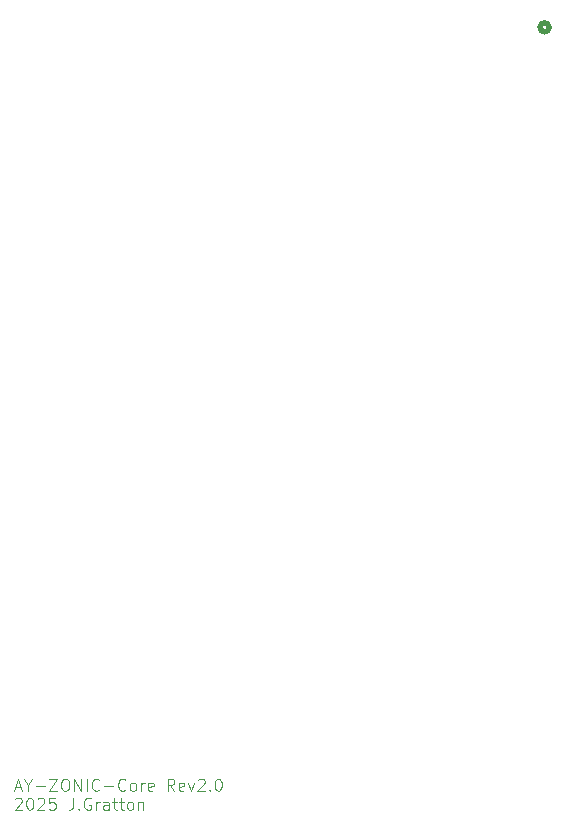
<source format=gbr>
%TF.GenerationSoftware,KiCad,Pcbnew,9.0.4*%
%TF.CreationDate,2025-09-28T21:09:46+01:00*%
%TF.ProjectId,ay-zonic-core,61792d7a-6f6e-4696-932d-636f72652e6b,2.0*%
%TF.SameCoordinates,Original*%
%TF.FileFunction,Legend,Top*%
%TF.FilePolarity,Positive*%
%FSLAX46Y46*%
G04 Gerber Fmt 4.6, Leading zero omitted, Abs format (unit mm)*
G04 Created by KiCad (PCBNEW 9.0.4) date 2025-09-28 21:09:46*
%MOMM*%
%LPD*%
G01*
G04 APERTURE LIST*
%ADD10C,0.100000*%
%ADD11C,0.508000*%
G04 APERTURE END LIST*
D10*
X72900265Y-113666732D02*
X73376455Y-113666732D01*
X72805027Y-113952447D02*
X73138360Y-112952447D01*
X73138360Y-112952447D02*
X73471693Y-113952447D01*
X73995503Y-113476256D02*
X73995503Y-113952447D01*
X73662170Y-112952447D02*
X73995503Y-113476256D01*
X73995503Y-113476256D02*
X74328836Y-112952447D01*
X74662170Y-113571494D02*
X75424075Y-113571494D01*
X75805027Y-112952447D02*
X76471693Y-112952447D01*
X76471693Y-112952447D02*
X75805027Y-113952447D01*
X75805027Y-113952447D02*
X76471693Y-113952447D01*
X77043122Y-112952447D02*
X77233598Y-112952447D01*
X77233598Y-112952447D02*
X77328836Y-113000066D01*
X77328836Y-113000066D02*
X77424074Y-113095304D01*
X77424074Y-113095304D02*
X77471693Y-113285780D01*
X77471693Y-113285780D02*
X77471693Y-113619113D01*
X77471693Y-113619113D02*
X77424074Y-113809589D01*
X77424074Y-113809589D02*
X77328836Y-113904828D01*
X77328836Y-113904828D02*
X77233598Y-113952447D01*
X77233598Y-113952447D02*
X77043122Y-113952447D01*
X77043122Y-113952447D02*
X76947884Y-113904828D01*
X76947884Y-113904828D02*
X76852646Y-113809589D01*
X76852646Y-113809589D02*
X76805027Y-113619113D01*
X76805027Y-113619113D02*
X76805027Y-113285780D01*
X76805027Y-113285780D02*
X76852646Y-113095304D01*
X76852646Y-113095304D02*
X76947884Y-113000066D01*
X76947884Y-113000066D02*
X77043122Y-112952447D01*
X77900265Y-113952447D02*
X77900265Y-112952447D01*
X77900265Y-112952447D02*
X78471693Y-113952447D01*
X78471693Y-113952447D02*
X78471693Y-112952447D01*
X78947884Y-113952447D02*
X78947884Y-112952447D01*
X79995502Y-113857208D02*
X79947883Y-113904828D01*
X79947883Y-113904828D02*
X79805026Y-113952447D01*
X79805026Y-113952447D02*
X79709788Y-113952447D01*
X79709788Y-113952447D02*
X79566931Y-113904828D01*
X79566931Y-113904828D02*
X79471693Y-113809589D01*
X79471693Y-113809589D02*
X79424074Y-113714351D01*
X79424074Y-113714351D02*
X79376455Y-113523875D01*
X79376455Y-113523875D02*
X79376455Y-113381018D01*
X79376455Y-113381018D02*
X79424074Y-113190542D01*
X79424074Y-113190542D02*
X79471693Y-113095304D01*
X79471693Y-113095304D02*
X79566931Y-113000066D01*
X79566931Y-113000066D02*
X79709788Y-112952447D01*
X79709788Y-112952447D02*
X79805026Y-112952447D01*
X79805026Y-112952447D02*
X79947883Y-113000066D01*
X79947883Y-113000066D02*
X79995502Y-113047685D01*
X80424074Y-113571494D02*
X81185979Y-113571494D01*
X82233597Y-113857208D02*
X82185978Y-113904828D01*
X82185978Y-113904828D02*
X82043121Y-113952447D01*
X82043121Y-113952447D02*
X81947883Y-113952447D01*
X81947883Y-113952447D02*
X81805026Y-113904828D01*
X81805026Y-113904828D02*
X81709788Y-113809589D01*
X81709788Y-113809589D02*
X81662169Y-113714351D01*
X81662169Y-113714351D02*
X81614550Y-113523875D01*
X81614550Y-113523875D02*
X81614550Y-113381018D01*
X81614550Y-113381018D02*
X81662169Y-113190542D01*
X81662169Y-113190542D02*
X81709788Y-113095304D01*
X81709788Y-113095304D02*
X81805026Y-113000066D01*
X81805026Y-113000066D02*
X81947883Y-112952447D01*
X81947883Y-112952447D02*
X82043121Y-112952447D01*
X82043121Y-112952447D02*
X82185978Y-113000066D01*
X82185978Y-113000066D02*
X82233597Y-113047685D01*
X82805026Y-113952447D02*
X82709788Y-113904828D01*
X82709788Y-113904828D02*
X82662169Y-113857208D01*
X82662169Y-113857208D02*
X82614550Y-113761970D01*
X82614550Y-113761970D02*
X82614550Y-113476256D01*
X82614550Y-113476256D02*
X82662169Y-113381018D01*
X82662169Y-113381018D02*
X82709788Y-113333399D01*
X82709788Y-113333399D02*
X82805026Y-113285780D01*
X82805026Y-113285780D02*
X82947883Y-113285780D01*
X82947883Y-113285780D02*
X83043121Y-113333399D01*
X83043121Y-113333399D02*
X83090740Y-113381018D01*
X83090740Y-113381018D02*
X83138359Y-113476256D01*
X83138359Y-113476256D02*
X83138359Y-113761970D01*
X83138359Y-113761970D02*
X83090740Y-113857208D01*
X83090740Y-113857208D02*
X83043121Y-113904828D01*
X83043121Y-113904828D02*
X82947883Y-113952447D01*
X82947883Y-113952447D02*
X82805026Y-113952447D01*
X83566931Y-113952447D02*
X83566931Y-113285780D01*
X83566931Y-113476256D02*
X83614550Y-113381018D01*
X83614550Y-113381018D02*
X83662169Y-113333399D01*
X83662169Y-113333399D02*
X83757407Y-113285780D01*
X83757407Y-113285780D02*
X83852645Y-113285780D01*
X84566931Y-113904828D02*
X84471693Y-113952447D01*
X84471693Y-113952447D02*
X84281217Y-113952447D01*
X84281217Y-113952447D02*
X84185979Y-113904828D01*
X84185979Y-113904828D02*
X84138360Y-113809589D01*
X84138360Y-113809589D02*
X84138360Y-113428637D01*
X84138360Y-113428637D02*
X84185979Y-113333399D01*
X84185979Y-113333399D02*
X84281217Y-113285780D01*
X84281217Y-113285780D02*
X84471693Y-113285780D01*
X84471693Y-113285780D02*
X84566931Y-113333399D01*
X84566931Y-113333399D02*
X84614550Y-113428637D01*
X84614550Y-113428637D02*
X84614550Y-113523875D01*
X84614550Y-113523875D02*
X84138360Y-113619113D01*
X86376455Y-113952447D02*
X86043122Y-113476256D01*
X85805027Y-113952447D02*
X85805027Y-112952447D01*
X85805027Y-112952447D02*
X86185979Y-112952447D01*
X86185979Y-112952447D02*
X86281217Y-113000066D01*
X86281217Y-113000066D02*
X86328836Y-113047685D01*
X86328836Y-113047685D02*
X86376455Y-113142923D01*
X86376455Y-113142923D02*
X86376455Y-113285780D01*
X86376455Y-113285780D02*
X86328836Y-113381018D01*
X86328836Y-113381018D02*
X86281217Y-113428637D01*
X86281217Y-113428637D02*
X86185979Y-113476256D01*
X86185979Y-113476256D02*
X85805027Y-113476256D01*
X87185979Y-113904828D02*
X87090741Y-113952447D01*
X87090741Y-113952447D02*
X86900265Y-113952447D01*
X86900265Y-113952447D02*
X86805027Y-113904828D01*
X86805027Y-113904828D02*
X86757408Y-113809589D01*
X86757408Y-113809589D02*
X86757408Y-113428637D01*
X86757408Y-113428637D02*
X86805027Y-113333399D01*
X86805027Y-113333399D02*
X86900265Y-113285780D01*
X86900265Y-113285780D02*
X87090741Y-113285780D01*
X87090741Y-113285780D02*
X87185979Y-113333399D01*
X87185979Y-113333399D02*
X87233598Y-113428637D01*
X87233598Y-113428637D02*
X87233598Y-113523875D01*
X87233598Y-113523875D02*
X86757408Y-113619113D01*
X87566932Y-113285780D02*
X87805027Y-113952447D01*
X87805027Y-113952447D02*
X88043122Y-113285780D01*
X88376456Y-113047685D02*
X88424075Y-113000066D01*
X88424075Y-113000066D02*
X88519313Y-112952447D01*
X88519313Y-112952447D02*
X88757408Y-112952447D01*
X88757408Y-112952447D02*
X88852646Y-113000066D01*
X88852646Y-113000066D02*
X88900265Y-113047685D01*
X88900265Y-113047685D02*
X88947884Y-113142923D01*
X88947884Y-113142923D02*
X88947884Y-113238161D01*
X88947884Y-113238161D02*
X88900265Y-113381018D01*
X88900265Y-113381018D02*
X88328837Y-113952447D01*
X88328837Y-113952447D02*
X88947884Y-113952447D01*
X89376456Y-113857208D02*
X89424075Y-113904828D01*
X89424075Y-113904828D02*
X89376456Y-113952447D01*
X89376456Y-113952447D02*
X89328837Y-113904828D01*
X89328837Y-113904828D02*
X89376456Y-113857208D01*
X89376456Y-113857208D02*
X89376456Y-113952447D01*
X90043122Y-112952447D02*
X90138360Y-112952447D01*
X90138360Y-112952447D02*
X90233598Y-113000066D01*
X90233598Y-113000066D02*
X90281217Y-113047685D01*
X90281217Y-113047685D02*
X90328836Y-113142923D01*
X90328836Y-113142923D02*
X90376455Y-113333399D01*
X90376455Y-113333399D02*
X90376455Y-113571494D01*
X90376455Y-113571494D02*
X90328836Y-113761970D01*
X90328836Y-113761970D02*
X90281217Y-113857208D01*
X90281217Y-113857208D02*
X90233598Y-113904828D01*
X90233598Y-113904828D02*
X90138360Y-113952447D01*
X90138360Y-113952447D02*
X90043122Y-113952447D01*
X90043122Y-113952447D02*
X89947884Y-113904828D01*
X89947884Y-113904828D02*
X89900265Y-113857208D01*
X89900265Y-113857208D02*
X89852646Y-113761970D01*
X89852646Y-113761970D02*
X89805027Y-113571494D01*
X89805027Y-113571494D02*
X89805027Y-113333399D01*
X89805027Y-113333399D02*
X89852646Y-113142923D01*
X89852646Y-113142923D02*
X89900265Y-113047685D01*
X89900265Y-113047685D02*
X89947884Y-113000066D01*
X89947884Y-113000066D02*
X90043122Y-112952447D01*
X72900265Y-114657629D02*
X72947884Y-114610010D01*
X72947884Y-114610010D02*
X73043122Y-114562391D01*
X73043122Y-114562391D02*
X73281217Y-114562391D01*
X73281217Y-114562391D02*
X73376455Y-114610010D01*
X73376455Y-114610010D02*
X73424074Y-114657629D01*
X73424074Y-114657629D02*
X73471693Y-114752867D01*
X73471693Y-114752867D02*
X73471693Y-114848105D01*
X73471693Y-114848105D02*
X73424074Y-114990962D01*
X73424074Y-114990962D02*
X72852646Y-115562391D01*
X72852646Y-115562391D02*
X73471693Y-115562391D01*
X74090741Y-114562391D02*
X74185979Y-114562391D01*
X74185979Y-114562391D02*
X74281217Y-114610010D01*
X74281217Y-114610010D02*
X74328836Y-114657629D01*
X74328836Y-114657629D02*
X74376455Y-114752867D01*
X74376455Y-114752867D02*
X74424074Y-114943343D01*
X74424074Y-114943343D02*
X74424074Y-115181438D01*
X74424074Y-115181438D02*
X74376455Y-115371914D01*
X74376455Y-115371914D02*
X74328836Y-115467152D01*
X74328836Y-115467152D02*
X74281217Y-115514772D01*
X74281217Y-115514772D02*
X74185979Y-115562391D01*
X74185979Y-115562391D02*
X74090741Y-115562391D01*
X74090741Y-115562391D02*
X73995503Y-115514772D01*
X73995503Y-115514772D02*
X73947884Y-115467152D01*
X73947884Y-115467152D02*
X73900265Y-115371914D01*
X73900265Y-115371914D02*
X73852646Y-115181438D01*
X73852646Y-115181438D02*
X73852646Y-114943343D01*
X73852646Y-114943343D02*
X73900265Y-114752867D01*
X73900265Y-114752867D02*
X73947884Y-114657629D01*
X73947884Y-114657629D02*
X73995503Y-114610010D01*
X73995503Y-114610010D02*
X74090741Y-114562391D01*
X74805027Y-114657629D02*
X74852646Y-114610010D01*
X74852646Y-114610010D02*
X74947884Y-114562391D01*
X74947884Y-114562391D02*
X75185979Y-114562391D01*
X75185979Y-114562391D02*
X75281217Y-114610010D01*
X75281217Y-114610010D02*
X75328836Y-114657629D01*
X75328836Y-114657629D02*
X75376455Y-114752867D01*
X75376455Y-114752867D02*
X75376455Y-114848105D01*
X75376455Y-114848105D02*
X75328836Y-114990962D01*
X75328836Y-114990962D02*
X74757408Y-115562391D01*
X74757408Y-115562391D02*
X75376455Y-115562391D01*
X76281217Y-114562391D02*
X75805027Y-114562391D01*
X75805027Y-114562391D02*
X75757408Y-115038581D01*
X75757408Y-115038581D02*
X75805027Y-114990962D01*
X75805027Y-114990962D02*
X75900265Y-114943343D01*
X75900265Y-114943343D02*
X76138360Y-114943343D01*
X76138360Y-114943343D02*
X76233598Y-114990962D01*
X76233598Y-114990962D02*
X76281217Y-115038581D01*
X76281217Y-115038581D02*
X76328836Y-115133819D01*
X76328836Y-115133819D02*
X76328836Y-115371914D01*
X76328836Y-115371914D02*
X76281217Y-115467152D01*
X76281217Y-115467152D02*
X76233598Y-115514772D01*
X76233598Y-115514772D02*
X76138360Y-115562391D01*
X76138360Y-115562391D02*
X75900265Y-115562391D01*
X75900265Y-115562391D02*
X75805027Y-115514772D01*
X75805027Y-115514772D02*
X75757408Y-115467152D01*
X77805027Y-114562391D02*
X77805027Y-115276676D01*
X77805027Y-115276676D02*
X77757408Y-115419533D01*
X77757408Y-115419533D02*
X77662170Y-115514772D01*
X77662170Y-115514772D02*
X77519313Y-115562391D01*
X77519313Y-115562391D02*
X77424075Y-115562391D01*
X78281218Y-115467152D02*
X78328837Y-115514772D01*
X78328837Y-115514772D02*
X78281218Y-115562391D01*
X78281218Y-115562391D02*
X78233599Y-115514772D01*
X78233599Y-115514772D02*
X78281218Y-115467152D01*
X78281218Y-115467152D02*
X78281218Y-115562391D01*
X79281217Y-114610010D02*
X79185979Y-114562391D01*
X79185979Y-114562391D02*
X79043122Y-114562391D01*
X79043122Y-114562391D02*
X78900265Y-114610010D01*
X78900265Y-114610010D02*
X78805027Y-114705248D01*
X78805027Y-114705248D02*
X78757408Y-114800486D01*
X78757408Y-114800486D02*
X78709789Y-114990962D01*
X78709789Y-114990962D02*
X78709789Y-115133819D01*
X78709789Y-115133819D02*
X78757408Y-115324295D01*
X78757408Y-115324295D02*
X78805027Y-115419533D01*
X78805027Y-115419533D02*
X78900265Y-115514772D01*
X78900265Y-115514772D02*
X79043122Y-115562391D01*
X79043122Y-115562391D02*
X79138360Y-115562391D01*
X79138360Y-115562391D02*
X79281217Y-115514772D01*
X79281217Y-115514772D02*
X79328836Y-115467152D01*
X79328836Y-115467152D02*
X79328836Y-115133819D01*
X79328836Y-115133819D02*
X79138360Y-115133819D01*
X79757408Y-115562391D02*
X79757408Y-114895724D01*
X79757408Y-115086200D02*
X79805027Y-114990962D01*
X79805027Y-114990962D02*
X79852646Y-114943343D01*
X79852646Y-114943343D02*
X79947884Y-114895724D01*
X79947884Y-114895724D02*
X80043122Y-114895724D01*
X80805027Y-115562391D02*
X80805027Y-115038581D01*
X80805027Y-115038581D02*
X80757408Y-114943343D01*
X80757408Y-114943343D02*
X80662170Y-114895724D01*
X80662170Y-114895724D02*
X80471694Y-114895724D01*
X80471694Y-114895724D02*
X80376456Y-114943343D01*
X80805027Y-115514772D02*
X80709789Y-115562391D01*
X80709789Y-115562391D02*
X80471694Y-115562391D01*
X80471694Y-115562391D02*
X80376456Y-115514772D01*
X80376456Y-115514772D02*
X80328837Y-115419533D01*
X80328837Y-115419533D02*
X80328837Y-115324295D01*
X80328837Y-115324295D02*
X80376456Y-115229057D01*
X80376456Y-115229057D02*
X80471694Y-115181438D01*
X80471694Y-115181438D02*
X80709789Y-115181438D01*
X80709789Y-115181438D02*
X80805027Y-115133819D01*
X81138361Y-114895724D02*
X81519313Y-114895724D01*
X81281218Y-114562391D02*
X81281218Y-115419533D01*
X81281218Y-115419533D02*
X81328837Y-115514772D01*
X81328837Y-115514772D02*
X81424075Y-115562391D01*
X81424075Y-115562391D02*
X81519313Y-115562391D01*
X81709790Y-114895724D02*
X82090742Y-114895724D01*
X81852647Y-114562391D02*
X81852647Y-115419533D01*
X81852647Y-115419533D02*
X81900266Y-115514772D01*
X81900266Y-115514772D02*
X81995504Y-115562391D01*
X81995504Y-115562391D02*
X82090742Y-115562391D01*
X82566933Y-115562391D02*
X82471695Y-115514772D01*
X82471695Y-115514772D02*
X82424076Y-115467152D01*
X82424076Y-115467152D02*
X82376457Y-115371914D01*
X82376457Y-115371914D02*
X82376457Y-115086200D01*
X82376457Y-115086200D02*
X82424076Y-114990962D01*
X82424076Y-114990962D02*
X82471695Y-114943343D01*
X82471695Y-114943343D02*
X82566933Y-114895724D01*
X82566933Y-114895724D02*
X82709790Y-114895724D01*
X82709790Y-114895724D02*
X82805028Y-114943343D01*
X82805028Y-114943343D02*
X82852647Y-114990962D01*
X82852647Y-114990962D02*
X82900266Y-115086200D01*
X82900266Y-115086200D02*
X82900266Y-115371914D01*
X82900266Y-115371914D02*
X82852647Y-115467152D01*
X82852647Y-115467152D02*
X82805028Y-115514772D01*
X82805028Y-115514772D02*
X82709790Y-115562391D01*
X82709790Y-115562391D02*
X82566933Y-115562391D01*
X83328838Y-114895724D02*
X83328838Y-115562391D01*
X83328838Y-114990962D02*
X83376457Y-114943343D01*
X83376457Y-114943343D02*
X83471695Y-114895724D01*
X83471695Y-114895724D02*
X83614552Y-114895724D01*
X83614552Y-114895724D02*
X83709790Y-114943343D01*
X83709790Y-114943343D02*
X83757409Y-115038581D01*
X83757409Y-115038581D02*
X83757409Y-115562391D01*
D11*
%TO.C,Line Out*%
X118103000Y-49325001D02*
G75*
G02*
X117341000Y-49325001I-381000J0D01*
G01*
X117341000Y-49325001D02*
G75*
G02*
X118103000Y-49325001I381000J0D01*
G01*
%TD*%
M02*

</source>
